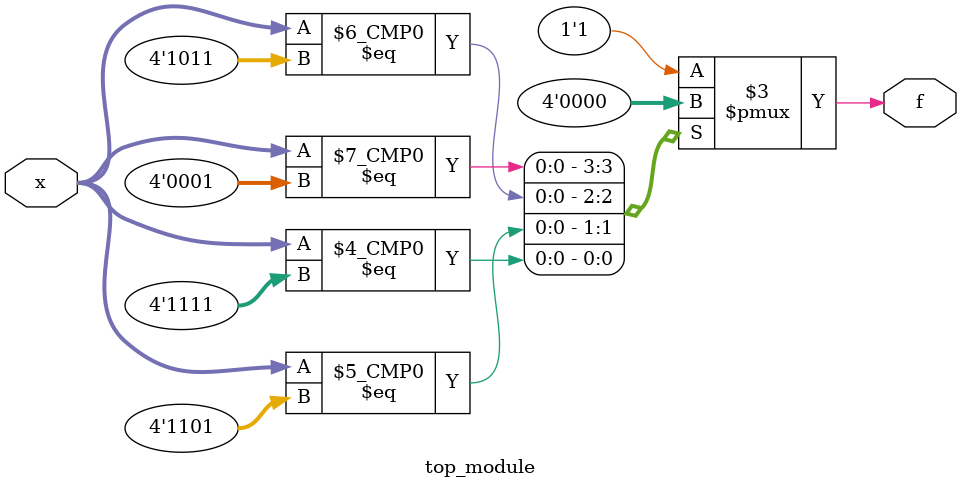
<source format=sv>
module top_module (
    input [4:1] x,
    output logic f
);

always_comb begin
    case ({x[4], x[3], x[2], x[1]})
        4'b0001: f = 0;
        4'b0011: f = 1;
        4'b0111: f = 1;
        4'b1001: f = 1;
        4'b1011: f = 0;
        4'b1101: f = 0;
        4'b1111: f = 0;
        default: f = 1; // Treat don't-care as 1
    endcase
end

endmodule

</source>
